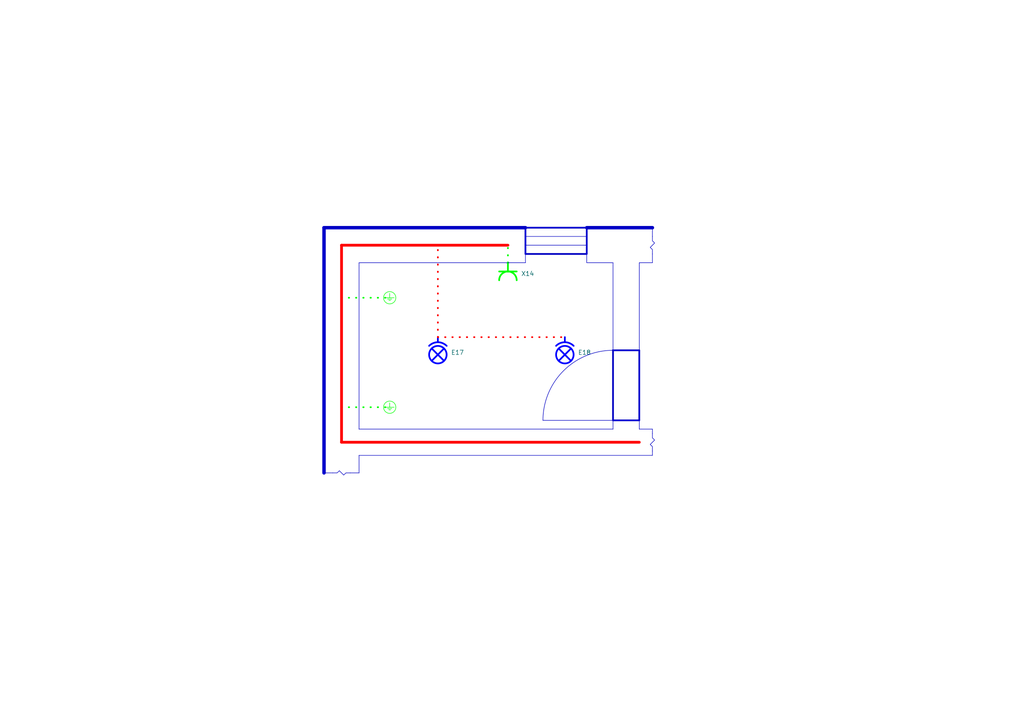
<source format=kicad_sch>
(kicad_sch (version 20230121) (generator eeschema)
  (paper "A4")
  (title_block (title "Projekt elektroinštalácie rodinného domu") (date "2024-05-09") (rev "1") (comment 4 "001-24") (comment 5 "Konanie stavby: 96901 Banská Štiavnica, Belianska 1770/15"))
  (lib_symbols
    (symbol "Wiring:Break" (in_bom no)
      (symbol "Break_0_1"
        (polyline (pts (xy -2.54 0) (xy -1.27 0) (xy -0.635 0.635) (xy 0.635 -0.635) (xy 1.27 0) (xy 2.54 0)) (stroke (width 0) (color 0 0 194 1)))
      )
    )
    (symbol "Wiring:Bulb_ceiling"
      (property "Reference" "E" (at 0 1.905 0))
      (symbol "Bulb_ceiling_0_1"
        (circle (center 0 -5.08) (radius 2.54) (stroke (width 0.5) (color 0 0 255 1)))
        (polyline (pts (xy 0 0) (xy 0 -1.27)) (stroke (width 0.5) (color 0 0 255 1)))
        (polyline (pts (xy 0 -5.08) (xy 1.778 -6.858) (xy -1.778 -3.302)) (stroke (width 0.5) (color 0 0 255 1)))
        (polyline (pts (xy 0 -5.08) (xy 1.778 -3.302) (xy -1.778 -6.858)) (stroke (width 0.5) (color 0 0 255 1)))
        (arc (start 2.5464 -2.524) (mid 0.0055 -1.4721) (end -2.5386 -2.5162) (stroke (width 0.5) (color 0 0 255 1)))
      )
    )
    (symbol "Wiring:Outlet"
      (property "Reference" "X" (at 5.08 -3.81 90))
      (symbol "Outlet_0_1"
        (arc (start 0 -2.54) (mid -1.7961 -3.2839) (end -2.54 -5.08) (stroke (width 0.5) (color 0 255 0 1)))
        (polyline (pts (xy 0 0) (xy 0 -2.54) (xy 0 -1.27)) (stroke (width 0.5) (color 0 255 0 1)))
        (polyline (pts (xy 0 -2.54) (xy 2.54 -2.54) (xy -2.54 -2.54) (xy -1.27 -2.54)) (stroke (width 0.5) (color 0 255 0 1)))
        (arc (start 2.54 -5.08) (mid 1.7961 -3.2839) (end 0 -2.54) (stroke (width 0.5) (color 0 255 0 1)))
      )
    )
    (symbol "Wiring:PE" (in_bom no)
      (symbol "PE_0_1"
        (polyline (pts (xy -0.635 -0.381) (xy 0.635 -0.381)) (stroke (width 0) (color 0 255 0 1)))
        (polyline (pts (xy -0.254 -0.762) (xy 0.254 -0.762)) (stroke (width 0) (color 0 255 0 1)))
        (polyline (pts (xy -1.27 0) (xy 1.27 0) (xy 0 0) (xy 0 1.27)) (stroke (width 0) (color 0 255 0 1)))
        (circle (center 0 0) (radius 1.7825) (stroke (width 0) (color 0 255 0 1)))
      )
    )
  )
  (polyline (pts (xy 101.6 137.16) (xy 104.14 137.16)))
  (polyline (pts (xy 189.23 124.46) (xy 185.42 124.46)))
  (polyline (pts (xy 152.4 73.66) (xy 152.4 76.2)))
  (polyline (pts (xy 189.23 68.58) (xy 189.23 66.04)))
  (polyline (pts (xy 104.14 76.2) (xy 147.32 76.2)))
  (polyline (pts (xy 185.42 121.92) (xy 185.42 124.46)))
  (polyline (pts (xy 177.8 121.92) (xy 177.8 124.46)))
  (polyline (pts (xy 99.06 128.27) (xy 99.06 71.12)) (stroke (width 0.8) (type solid) (color 255 0 0 1)))
  (polyline (pts (xy 104.14 76.2) (xy 104.14 124.46)))
  (polyline (pts (xy 177.8 121.92) (xy 185.42 121.92)))
  (polyline (pts (xy 99.06 86.36) (xy 111.76 86.36)) (stroke (width 0.5) (type dot) (color 0 255 0 1)))
  (polyline (pts (xy 170.18 66.04) (xy 189.23 66.04)) (stroke (width 1)))
  (polyline (pts (xy 99.06 71.12) (xy 147.32 71.12)) (stroke (width 0.8) (type solid) (color 255 0 0 1)))
  (polyline (pts (xy 104.14 132.08) (xy 189.23 132.08)))
  (polyline (pts (xy 147.32 76.2) (xy 147.32 71.12)) (stroke (width 0.5) (type dot) (color 0 255 0 1)))
  (polyline (pts (xy 93.98 137.16) (xy 96.52 137.16)))
  (polyline (pts (xy 147.32 76.2) (xy 152.4 76.2)))
  (polyline (pts (xy 104.14 132.08) (xy 104.14 137.16)))
  (polyline (pts (xy 93.98 66.04) (xy 93.98 137.16)) (stroke (width 1)))
  (polyline (pts (xy 189.23 130.81) (xy 189.23 132.08)))
  (polyline (pts (xy 127 97.79) (xy 163.83 97.79)) (stroke (width 0.5) (type dot) (color 255 0 0 1)))
  (polyline (pts (xy 189.23 124.46) (xy 189.23 125.73)))
  (polyline (pts (xy 93.98 66.04) (xy 152.4 66.04)) (stroke (width 1)))
  (polyline (pts (xy 170.18 73.66) (xy 170.18 76.2)))
  (polyline (pts (xy 170.18 68.58) (xy 152.4 68.58)))
  (polyline (pts (xy 170.18 76.2) (xy 177.8 76.2)))
  (polyline (pts (xy 177.8 124.46) (xy 104.14 124.46)))
  (polyline (pts (xy 177.8 121.92) (xy 157.48 121.92)))
  (polyline (pts (xy 185.42 128.27) (xy 99.06 128.27)) (stroke (width 0.8) (type solid) (color 255 0 0 1)))
  (polyline (pts (xy 189.23 76.2) (xy 189.23 73.66)))
  (polyline (pts (xy 99.06 118.11) (xy 111.76 118.11)) (stroke (width 0.5) (type dot) (color 0 255 0 1)))
  (polyline (pts (xy 170.18 71.12) (xy 152.4 71.12)))
  (polyline (pts (xy 177.8 76.2) (xy 177.8 101.6)))
  (polyline (pts (xy 185.42 76.2) (xy 185.42 101.6)))
  (polyline (pts (xy 127 97.79) (xy 127 71.12)) (stroke (width 0.5) (type dot) (color 255 0 0 1)))
  (polyline (pts (xy 185.42 76.2) (xy 189.23 76.2)))
  (rectangle (start 152.4 66.04) (end 170.18 73.66) (stroke (width 0.5)))
  (rectangle (start 177.8 121.92) (end 185.42 101.6) (stroke (width 0.5)))
  (arc (start 157.48 121.92) (mid 163.4331 107.5531) (end 177.8 101.6))
  (symbol (lib_id "Wiring:Break") (at 189.23 71.12 90) (unit 1) (in_bom no)
    (property "Reference" "~24" (effects hide))
  )
  (symbol (lib_id "Wiring:Bulb_ceiling") (at 127 97.79 0) (unit 1)
    (property "Reference" "E17" (at 130.81 102.235 0) (effects (justify left)))
  )
  (symbol (lib_id "Wiring:Break") (at 99.06 137.16 0) (unit 1) (in_bom no)
    (property "Reference" "~23" (effects hide))
  )
  (symbol (lib_id "Wiring:PE") (at 113.03 118.11 0) (unit 1) (in_bom no)
    (property "Reference" "~11" (effects hide))
  )
  (symbol (lib_id "Wiring:Break") (at 189.23 128.27 90) (unit 1) (in_bom no)
    (property "Reference" "~22" (effects hide))
  )
  (symbol (lib_id "Wiring:Bulb_ceiling") (at 163.83 97.79 0) (unit 1)
    (property "Reference" "E18" (at 167.64 102.235 0) (effects (justify left)))
  )
  (symbol (lib_id "Wiring:PE") (at 113.03 86.36 0) (unit 1) (in_bom no)
    (property "Reference" "~10" (effects hide))
  )
  (symbol (lib_id "Wiring:Outlet") (at 147.32 76.2 0) (unit 1)
    (property "Reference" "X14" (at 151.13 79.375 0) (effects (justify left)))
    (property "Value" "~" (at 147.32 76.2 0))
  )
)
</source>
